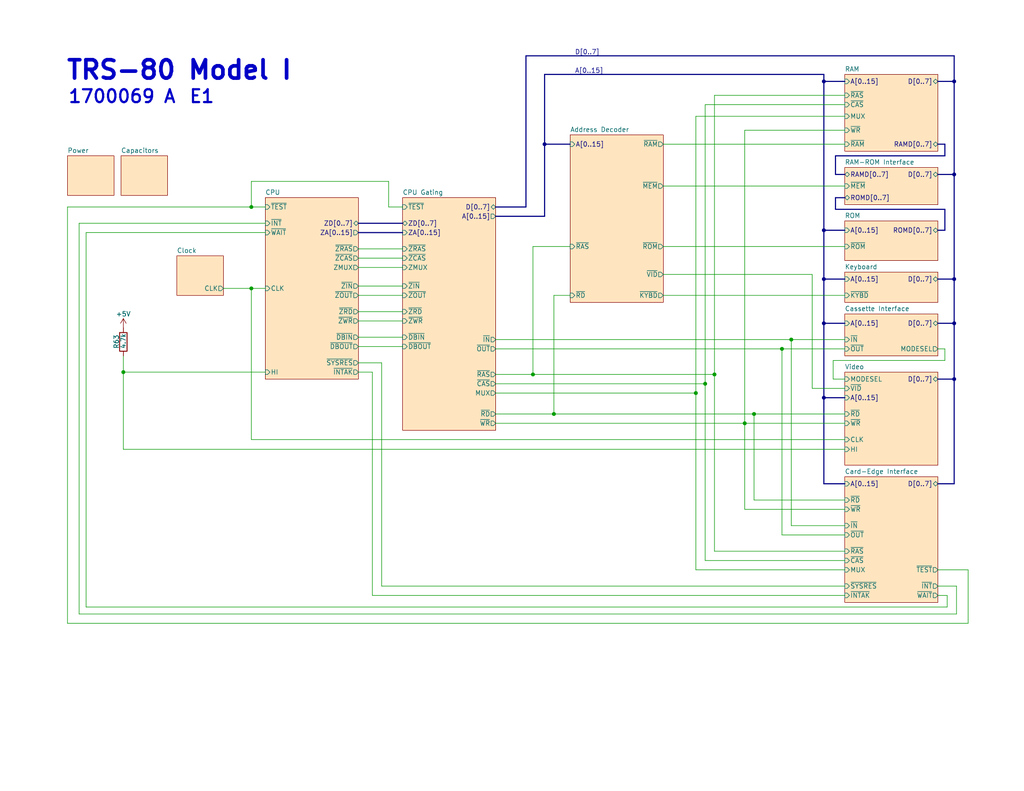
<source format=kicad_sch>
(kicad_sch (version 20231120) (generator "eeschema") (generator_version "8.0")
  (paper "USLetter")
  (title_block (title "TRS-80 Model I Rev A") (date "2024-11-20") (rev "E1A-A") (company "RetroStack - Marcel Erz") (comment 2 "Full overview of the system") (comment 4 "System Overview"))
  (lib_symbols
    (symbol "Device:R" (pin_numbers hide) (pin_names (offset 0))
      (property "Reference" "R" (at 2.032 0 90))
      (property "Value" "R" (at 0 0 90))
      (symbol "R_0_1"
        (rectangle (start -1.016 -2.54) (end 1.016 2.54) (stroke (width 0.254)))
      )
      (symbol "R_1_1"
        (pin passive line (at 0 3.81 270) (length 1.27) (name "~") (number "1"))
        (pin passive line (at 0 -3.81 90) (length 1.27) (name "~") (number "2"))
      )
    )
    (symbol "power:+5V" (power) (pin_numbers hide) (pin_names (offset 0) hide)
      (property "Value" "+5V" (at 0 3.556 0))
      (symbol "+5V_0_1"
        (polyline (pts (xy -0.762 1.27) (xy 0 2.54)))
        (polyline (pts (xy 0 0) (xy 0 2.54)))
        (polyline (pts (xy 0 2.54) (xy 0.762 1.27)))
      )
      (symbol "+5V_1_1"
        (pin power_in line (at 0 0 90) (length 0) (name "~") (number "1"))
      )
    )
  )
  (junction (at 213.36 95.25))
  (junction (at 192.405 104.775))
  (junction (at 260.35 103.505))
  (junction (at 224.79 62.865))
  (junction (at 260.35 47.625))
  (junction (at 224.79 108.585))
  (junction (at 260.35 76.2))
  (junction (at 145.415 102.235))
  (junction (at 224.79 88.265))
  (junction (at 194.945 102.235))
  (junction (at 68.58 78.74))
  (junction (at 33.655 101.6))
  (junction (at 189.865 107.315))
  (junction (at 203.2 115.57))
  (junction (at 224.79 22.225))
  (junction (at 224.79 76.2))
  (junction (at 260.35 22.225))
  (junction (at 151.13 113.03))
  (junction (at 148.59 39.37))
  (junction (at 260.35 88.265))
  (junction (at 215.9 92.71))
  (junction (at 205.74 113.03))
  (junction (at 68.58 56.515))
  (wire (pts (xy 60.96 78.74) (xy 68.58 78.74)))
  (wire (pts (xy 68.58 49.53) (xy 68.58 56.515)))
  (bus (pts (xy 135.255 59.055) (xy 148.59 59.055)))
  (wire (pts (xy 97.79 73.025) (xy 109.855 73.025)))
  (wire (pts (xy 230.505 139.065) (xy 203.2 139.065)))
  (wire (pts (xy 145.415 67.31) (xy 145.415 102.235)))
  (wire (pts (xy 205.74 136.525) (xy 205.74 113.03)))
  (wire (pts (xy 221.615 74.93) (xy 221.615 106.045)))
  (wire (pts (xy 213.36 146.05) (xy 213.36 95.25)))
  (wire (pts (xy 97.79 85.09) (xy 109.855 85.09)))
  (wire (pts (xy 135.255 102.235) (xy 145.415 102.235)))
  (wire (pts (xy 258.445 162.56) (xy 258.445 165.735)))
  (bus (pts (xy 97.79 60.96) (xy 109.855 60.96)))
  (wire (pts (xy 203.2 35.56) (xy 203.2 115.57)))
  (bus (pts (xy 224.79 76.2) (xy 224.79 88.265)))
  (bus (pts (xy 255.905 88.265) (xy 260.35 88.265)))
  (bus (pts (xy 230.505 53.975) (xy 227.965 53.975)))
  (wire (pts (xy 203.2 139.065) (xy 203.2 115.57)))
  (wire (pts (xy 192.405 28.575) (xy 230.505 28.575)))
  (bus (pts (xy 224.79 22.225) (xy 224.79 20.32)))
  (bus (pts (xy 143.51 15.24) (xy 143.51 56.515)))
  (wire (pts (xy 230.505 136.525) (xy 205.74 136.525)))
  (wire (pts (xy 106.045 56.515) (xy 109.855 56.515)))
  (bus (pts (xy 224.79 108.585) (xy 230.505 108.585)))
  (wire (pts (xy 227.33 103.505) (xy 230.505 103.505)))
  (wire (pts (xy 255.905 160.02) (xy 260.985 160.02)))
  (bus (pts (xy 257.81 39.37) (xy 257.81 42.545)))
  (wire (pts (xy 97.79 99.06) (xy 104.14 99.06)))
  (wire (pts (xy 106.045 56.515) (xy 106.045 49.53)))
  (bus (pts (xy 257.81 42.545) (xy 227.965 42.545)))
  (wire (pts (xy 21.59 167.64) (xy 21.59 60.96)))
  (wire (pts (xy 180.975 50.8) (xy 230.505 50.8)))
  (wire (pts (xy 151.13 113.03) (xy 205.74 113.03)))
  (wire (pts (xy 97.79 70.485) (xy 109.855 70.485)))
  (bus (pts (xy 260.35 103.505) (xy 260.35 132.08)))
  (bus (pts (xy 148.59 20.32) (xy 148.59 39.37)))
  (wire (pts (xy 106.045 49.53) (xy 68.58 49.53)))
  (wire (pts (xy 135.255 92.71) (xy 215.9 92.71)))
  (wire (pts (xy 68.58 56.515) (xy 72.39 56.515)))
  (wire (pts (xy 230.505 143.51) (xy 215.9 143.51)))
  (bus (pts (xy 260.35 15.24) (xy 260.35 22.225)))
  (bus (pts (xy 224.79 88.265) (xy 224.79 108.585)))
  (wire (pts (xy 97.79 80.645) (xy 109.855 80.645)))
  (wire (pts (xy 203.2 35.56) (xy 230.505 35.56)))
  (wire (pts (xy 192.405 104.775) (xy 192.405 153.035)))
  (wire (pts (xy 221.615 106.045) (xy 230.505 106.045)))
  (wire (pts (xy 68.58 78.74) (xy 68.58 120.015)))
  (wire (pts (xy 180.975 39.37) (xy 230.505 39.37)))
  (wire (pts (xy 97.79 87.63) (xy 109.855 87.63)))
  (bus (pts (xy 148.59 39.37) (xy 148.59 59.055)))
  (wire (pts (xy 180.975 67.31) (xy 230.505 67.31)))
  (wire (pts (xy 264.16 170.18) (xy 18.415 170.18)))
  (wire (pts (xy 189.865 31.75) (xy 230.505 31.75)))
  (wire (pts (xy 97.79 78.105) (xy 109.855 78.105)))
  (wire (pts (xy 230.505 153.035) (xy 192.405 153.035)))
  (wire (pts (xy 257.81 98.425) (xy 227.33 98.425)))
  (wire (pts (xy 68.58 78.74) (xy 72.39 78.74)))
  (bus (pts (xy 224.79 88.265) (xy 230.505 88.265)))
  (wire (pts (xy 230.505 160.02) (xy 104.14 160.02)))
  (wire (pts (xy 101.6 162.56) (xy 101.6 101.6)))
  (bus (pts (xy 255.905 103.505) (xy 260.35 103.505)))
  (bus (pts (xy 224.79 22.225) (xy 230.505 22.225)))
  (wire (pts (xy 180.975 80.645) (xy 230.505 80.645)))
  (bus (pts (xy 97.79 63.5) (xy 109.855 63.5)))
  (wire (pts (xy 194.945 102.235) (xy 194.945 150.495)))
  (wire (pts (xy 135.255 95.25) (xy 213.36 95.25)))
  (bus (pts (xy 230.505 132.08) (xy 224.79 132.08)))
  (bus (pts (xy 260.35 76.2) (xy 260.35 88.265)))
  (bus (pts (xy 255.905 62.865) (xy 257.81 62.865)))
  (wire (pts (xy 21.59 60.96) (xy 72.39 60.96)))
  (bus (pts (xy 257.81 57.15) (xy 257.81 62.865)))
  (wire (pts (xy 194.945 26.035) (xy 230.505 26.035)))
  (bus (pts (xy 148.59 39.37) (xy 155.575 39.37)))
  (wire (pts (xy 145.415 67.31) (xy 155.575 67.31)))
  (wire (pts (xy 260.985 167.64) (xy 21.59 167.64)))
  (wire (pts (xy 189.865 155.575) (xy 230.505 155.575)))
  (bus (pts (xy 255.905 39.37) (xy 257.81 39.37)))
  (bus (pts (xy 143.51 15.24) (xy 260.35 15.24)))
  (wire (pts (xy 97.79 101.6) (xy 101.6 101.6)))
  (wire (pts (xy 215.9 92.71) (xy 230.505 92.71)))
  (wire (pts (xy 260.985 160.02) (xy 260.985 167.64)))
  (bus (pts (xy 143.51 56.515) (xy 135.255 56.515)))
  (bus (pts (xy 255.905 22.225) (xy 260.35 22.225)))
  (wire (pts (xy 151.13 80.645) (xy 151.13 113.03)))
  (wire (pts (xy 135.255 104.775) (xy 192.405 104.775)))
  (wire (pts (xy 135.255 115.57) (xy 203.2 115.57)))
  (wire (pts (xy 189.865 31.75) (xy 189.865 107.315)))
  (wire (pts (xy 257.81 95.25) (xy 257.81 98.425)))
  (bus (pts (xy 255.905 47.625) (xy 260.35 47.625)))
  (bus (pts (xy 148.59 20.32) (xy 224.79 20.32)))
  (bus (pts (xy 224.79 22.225) (xy 224.79 62.865)))
  (wire (pts (xy 33.655 97.155) (xy 33.655 101.6)))
  (wire (pts (xy 213.36 95.25) (xy 230.505 95.25)))
  (bus (pts (xy 260.35 22.225) (xy 260.35 47.625)))
  (bus (pts (xy 260.35 47.625) (xy 260.35 76.2)))
  (wire (pts (xy 194.945 26.035) (xy 194.945 102.235)))
  (wire (pts (xy 104.14 160.02) (xy 104.14 99.06)))
  (wire (pts (xy 192.405 28.575) (xy 192.405 104.775)))
  (bus (pts (xy 224.79 76.2) (xy 230.505 76.2)))
  (bus (pts (xy 224.79 108.585) (xy 224.79 132.08)))
  (wire (pts (xy 215.9 143.51) (xy 215.9 92.71)))
  (bus (pts (xy 255.905 76.2) (xy 260.35 76.2)))
  (wire (pts (xy 255.905 95.25) (xy 257.81 95.25)))
  (wire (pts (xy 227.33 98.425) (xy 227.33 103.505)))
  (wire (pts (xy 230.505 162.56) (xy 101.6 162.56)))
  (wire (pts (xy 258.445 165.735) (xy 23.495 165.735)))
  (wire (pts (xy 135.255 107.315) (xy 189.865 107.315)))
  (bus (pts (xy 227.965 53.975) (xy 227.965 57.15)))
  (wire (pts (xy 230.505 120.015) (xy 68.58 120.015)))
  (bus (pts (xy 224.79 62.865) (xy 230.505 62.865)))
  (wire (pts (xy 23.495 165.735) (xy 23.495 63.5)))
  (wire (pts (xy 33.655 101.6) (xy 33.655 122.682)))
  (bus (pts (xy 227.965 42.545) (xy 227.965 47.625)))
  (wire (pts (xy 264.16 155.575) (xy 264.16 170.18)))
  (wire (pts (xy 18.415 56.515) (xy 68.58 56.515)))
  (wire (pts (xy 255.905 155.575) (xy 264.16 155.575)))
  (wire (pts (xy 18.415 170.18) (xy 18.415 56.515)))
  (wire (pts (xy 145.415 102.235) (xy 194.945 102.235)))
  (bus (pts (xy 255.905 132.08) (xy 260.35 132.08)))
  (bus (pts (xy 260.35 88.265) (xy 260.35 103.505)))
  (wire (pts (xy 97.79 67.945) (xy 109.855 67.945)))
  (bus (pts (xy 227.965 47.625) (xy 230.505 47.625)))
  (wire (pts (xy 33.655 101.6) (xy 72.39 101.6)))
  (wire (pts (xy 97.79 92.075) (xy 109.855 92.075)))
  (bus (pts (xy 224.79 62.865) (xy 224.79 76.2)))
  (wire (pts (xy 97.79 94.615) (xy 109.855 94.615)))
  (wire (pts (xy 255.905 162.56) (xy 258.445 162.56)))
  (wire (pts (xy 230.505 122.682) (xy 33.655 122.682)))
  (wire (pts (xy 189.865 107.315) (xy 189.865 155.575)))
  (bus (pts (xy 227.965 57.15) (xy 257.81 57.15)))
  (wire (pts (xy 180.975 74.93) (xy 221.615 74.93)))
  (wire (pts (xy 230.505 146.05) (xy 213.36 146.05)))
  (wire (pts (xy 230.505 150.495) (xy 194.945 150.495)))
  (wire (pts (xy 135.255 113.03) (xy 151.13 113.03)))
  (wire (pts (xy 155.575 80.645) (xy 151.13 80.645)))
  (wire (pts (xy 203.2 115.57) (xy 230.505 115.57)))
  (wire (pts (xy 23.495 63.5) (xy 72.39 63.5)))
  (wire (pts (xy 205.74 113.03) (xy 230.505 113.03)))
  (text "E1" (at 51.435 28.575 0) (effects (font (size 3.5 3.5) (thickness 0.6) (bold yes)) (justify left bottom)))
  (text "TRS-80 Model I" (at 17.78 22.225 0) (effects (font (size 5 5) (thickness 1) (bold yes)) (justify left bottom)))
  (text "1700069 A" (at 18.415 28.575 0) (effects (font (size 3.5 3.5) (thickness 0.6) (bold yes)) (justify left bottom)))
  (label "A[0..15]" (at 156.845 20.32 0))
  (label "D[0..7]" (at 156.845 15.24 0))
  (symbol (lib_id "Device:R") (at 33.655 93.345 0) (unit 1)
    (property "Reference" "R63" (at 31.75 95.25 90) (effects (justify left)))
    (property "Value" "4.7k" (at 33.655 95.25 90) (effects (justify left)))
    (property "Footprint" "RetroStackLibrary:TRS80_Model_I_R_0.25W" (effects (hide yes)))
  )
  (symbol (lib_id "power:+5V") (at 33.655 89.535 0) (unit 1)
    (property "Reference" "#PWR054" (effects (hide yes)))
    (property "Value" "+5V" (at 33.655 85.725 0))
    (property "Description" "Power symbol creates a global label with name \"+5V\"" (effects (hide yes)))
  )
  (sheet (at 72.39 53.975) (size 25.4 49.53) (stroke (width 0.1524)) (fill (color 255 229 191 1.0000))
    (property "Sheetname" "CPU" (at 72.39 53.2634 0) (effects (justify left bottom)))
    (property "Sheetfile" "CPU.kicad_sch" (effects (hide yes)))
    (pin "~{INT}" input (at 72.39 60.96 180))
    (pin "~{TEST}" input (at 72.39 56.515 180))
    (pin "~{INTAK}" output (at 97.79 101.6 0))
    (pin "HI" input (at 72.39 101.6 180))
    (pin "ZMUX" output (at 97.79 73.025 0))
    (pin "~{ZCAS}" output (at 97.79 70.485 0))
    (pin "ZD[0..7]" bidirectional (at 97.79 60.96 0))
    (pin "CLK" input (at 72.39 78.74 180))
    (pin "~{SYSRES}" output (at 97.79 99.06 0))
    (pin "ZA[0..15]" output (at 97.79 63.5 0))
    (pin "~{WAIT}" input (at 72.39 63.5 180))
    (pin "~{DBOUT}" output (at 97.79 94.615 0))
    (pin "~{DBIN}" output (at 97.79 92.075 0))
    (pin "~{ZOUT}" output (at 97.79 80.645 0))
    (pin "~{ZWR}" output (at 97.79 87.63 0))
    (pin "~{ZRD}" output (at 97.79 85.09 0))
    (pin "~{ZIN}" output (at 97.79 78.105 0))
    (pin "~{ZRAS}" output (at 97.79 67.945 0))
  )
  (sheet (at 230.505 101.6) (size 25.4 25.4) (stroke (width 0.1524)) (fill (color 255 229 191 1.0000))
    (property "Sheetname" "Video" (at 230.505 100.8884 0) (effects (justify left bottom)))
    (property "Sheetfile" "Video.kicad_sch" (effects (hide yes)))
    (pin "A[0..15]" input (at 230.505 108.585 180))
    (pin "MODESEL" input (at 230.505 103.505 180))
    (pin "HI" input (at 230.505 122.682 180))
    (pin "CLK" input (at 230.505 120.015 180))
    (pin "~{RD}" input (at 230.505 113.03 180))
    (pin "~{VID}" input (at 230.505 106.045 180))
    (pin "~{WR}" input (at 230.505 115.57 180))
    (pin "D[0..7]" bidirectional (at 255.905 103.505 0))
  )
  (sheet (at 48.26 69.85) (size 12.7 10.795) (stroke (width 0.1524)) (fill (color 255 229 191 1.0000))
    (property "Sheetname" "Clock" (at 48.26 69.1384 0) (effects (justify left bottom)))
    (property "Sheetfile" "Clock.kicad_sch" (effects (hide yes)))
    (pin "CLK" output (at 60.96 78.74 0))
  )
  (sheet (at 230.505 20.32) (size 25.4 20.955) (stroke (width 0.1524)) (fill (color 255 229 191 1.0000))
    (property "Sheetname" "RAM" (at 230.505 19.6084 0) (effects (justify left bottom)))
    (property "Sheetfile" "RAM.kicad_sch" (effects (hide yes)))
    (pin "~{WR}" input (at 230.505 35.56 180))
    (pin "~{RAM}" input (at 230.505 39.37 180))
    (pin "D[0..7]" bidirectional (at 255.905 22.225 0))
    (pin "A[0..15]" input (at 230.505 22.225 180))
    (pin "~{CAS}" input (at 230.505 28.575 180))
    (pin "MUX" input (at 230.505 31.75 180))
    (pin "~{RAS}" input (at 230.505 26.035 180))
    (pin "RAMD[0..7]" bidirectional (at 255.905 39.37 0))
  )
  (sheet (at 230.505 85.725) (size 25.4 11.43) (stroke (width 0.1524)) (fill (color 255 229 191 1.0000))
    (property "Sheetname" "Cassette Interface" (at 230.505 85.0134 0) (effects (justify left bottom)))
    (property "Sheetfile" "Cassette.kicad_sch" (effects (hide yes)))
    (pin "A[0..15]" input (at 230.505 88.265 180))
    (pin "~{OUT}" input (at 230.505 95.25 180))
    (pin "~{IN}" input (at 230.505 92.71 180))
    (pin "D[0..7]" bidirectional (at 255.905 88.265 0))
    (pin "MODESEL" output (at 255.905 95.25 0))
  )
  (sheet (at 230.505 45.72) (size 25.4 10.16) (stroke (width 0.1524)) (fill (color 255 229 191 1.0000))
    (property "Sheetname" "RAM-ROM Interface" (at 230.505 45.0084 0) (effects (justify left bottom)))
    (property "Sheetfile" "RAM_ROM_Interface.kicad_sch" (effects (hide yes)))
    (pin "D[0..7]" bidirectional (at 255.905 47.625 0))
    (pin "ROMD[0..7]" bidirectional (at 230.505 53.975 180))
    (pin "~{MEM}" input (at 230.505 50.8 180))
    (pin "RAMD[0..7]" bidirectional (at 230.505 47.625 180))
  )
  (sheet (at 230.505 60.325) (size 25.4 10.795) (stroke (width 0.1524)) (fill (color 255 229 191 1.0000))
    (property "Sheetname" "ROM" (at 230.505 59.6134 0) (effects (justify left bottom)))
    (property "Sheetfile" "ROM.kicad_sch" (effects (hide yes)))
    (pin "ROMD[0..7]" bidirectional (at 255.905 62.865 0))
    (pin "~{ROM}" input (at 230.505 67.31 180))
    (pin "A[0..15]" input (at 230.505 62.865 180))
  )
  (sheet (at 33.02 42.545) (size 12.7 10.795) (stroke (width 0.1524)) (fill (color 255 229 191 1.0000))
    (property "Sheetname" "Capacitors" (at 33.02 41.8334 0) (effects (justify left bottom)))
    (property "Sheetfile" "Capacitors.kicad_sch" (effects (hide yes)))
  )
  (sheet (at 155.575 36.83) (size 25.4 45.72) (stroke (width 0.1524)) (fill (color 255 229 191 1.0000))
    (property "Sheetname" "Address Decoder" (at 155.575 36.1184 0) (effects (justify left bottom)))
    (property "Sheetfile" "AddressDecoder.kicad_sch" (effects (hide yes)))
    (pin "~{VID}" output (at 180.975 74.93 0))
    (pin "~{KYBD}" output (at 180.975 80.645 0))
    (pin "~{RAM}" output (at 180.975 39.37 0))
    (pin "~{MEM}" output (at 180.975 50.8 0))
    (pin "~{RD}" input (at 155.575 80.645 180))
    (pin "~{RAS}" input (at 155.575 67.31 180))
    (pin "~{ROM}" output (at 180.975 67.31 0))
    (pin "A[0..15]" input (at 155.575 39.37 180))
  )
  (sheet (at 230.505 74.295) (size 25.4 8.255) (stroke (width 0.1524)) (fill (color 255 229 191 1.0000))
    (property "Sheetname" "Keyboard" (at 230.505 73.5834 0) (effects (justify left bottom)))
    (property "Sheetfile" "Keyboard.kicad_sch" (effects (hide yes)))
    (pin "~{KYBD}" input (at 230.505 80.645 180))
    (pin "D[0..7]" bidirectional (at 255.905 76.2 0))
    (pin "A[0..15]" input (at 230.505 76.2 180))
  )
  (sheet (at 230.505 130.175) (size 25.4 34.29) (stroke (width 0.1524)) (fill (color 255 229 191 1.0000))
    (property "Sheetname" "Card-Edge Interface" (at 230.505 129.4634 0) (effects (justify left bottom)))
    (property "Sheetfile" "CardEdgeInterface.kicad_sch" (effects (hide yes)))
    (pin "~{RAS}" input (at 230.505 150.495 180))
    (pin "~{CAS}" input (at 230.505 153.035 180))
    (pin "~{SYSRES}" input (at 230.505 160.02 180))
    (pin "~{INTAK}" input (at 230.505 162.56 180))
    (pin "~{OUT}" input (at 230.505 146.05 180))
    (pin "MUX" input (at 230.505 155.575 180))
    (pin "~{RD}" input (at 230.505 136.525 180))
    (pin "~{WR}" input (at 230.505 139.065 180))
    (pin "A[0..15]" input (at 230.505 132.08 180))
    (pin "D[0..7]" bidirectional (at 255.905 132.08 0))
    (pin "~{IN}" input (at 230.505 143.51 180))
    (pin "~{WAIT}" output (at 255.905 162.56 0))
    (pin "~{INT}" output (at 255.905 160.02 0))
    (pin "~{TEST}" output (at 255.905 155.575 0))
  )
  (sheet (at 109.855 53.975) (size 25.4 63.5) (stroke (width 0.1524)) (fill (color 255 229 191 1.0000))
    (property "Sheetname" "CPU Gating" (at 109.855 53.2634 0) (effects (justify left bottom)))
    (property "Sheetfile" "CPUGating.kicad_sch" (effects (hide yes)))
    (pin "ZA[0..15]" input (at 109.855 63.5 180))
    (pin "~{TEST}" input (at 109.855 56.515 180))
    (pin "A[0..15]" output (at 135.255 59.055 0))
    (pin "~{RD}" output (at 135.255 113.03 0))
    (pin "~{WR}" output (at 135.255 115.57 0))
    (pin "~{ZRD}" input (at 109.855 85.09 180))
    (pin "~{ZWR}" input (at 109.855 87.63 180))
    (pin "~{ZCAS}" input (at 109.855 70.485 180))
    (pin "ZMUX" input (at 109.855 73.025 180))
    (pin "~{IN}" output (at 135.255 92.71 0))
    (pin "~{ZIN}" input (at 109.855 78.105 180))
    (pin "~{OUT}" output (at 135.255 95.25 0))
    (pin "~{ZOUT}" input (at 109.855 80.645 180))
    (pin "MUX" output (at 135.255 107.315 0))
    (pin "~{CAS}" output (at 135.255 104.775 0))
    (pin "~{DBOUT}" input (at 109.855 94.615 180))
    (pin "ZD[0..7]" bidirectional (at 109.855 60.96 180))
    (pin "~{DBIN}" input (at 109.855 92.075 180))
    (pin "D[0..7]" bidirectional (at 135.255 56.515 0))
    (pin "~{ZRAS}" input (at 109.855 67.945 180))
    (pin "~{RAS}" output (at 135.255 102.235 0))
  )
  (sheet (at 18.415 42.545) (size 12.7 10.795) (stroke (width 0.1524)) (fill (color 255 229 191 1.0000))
    (property "Sheetname" "Power" (at 18.415 41.8334 0) (effects (justify left bottom)))
    (property "Sheetfile" "Power.kicad_sch" (effects (hide yes)))
  )
)
</source>
